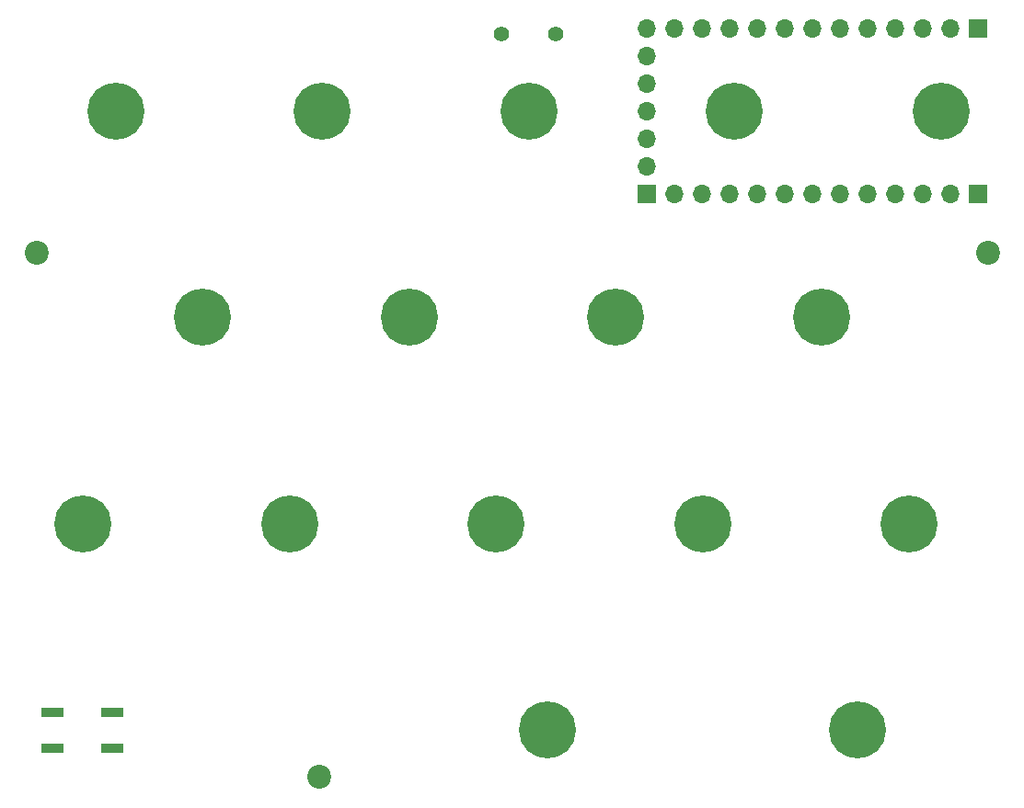
<source format=gts>
%TF.GenerationSoftware,KiCad,Pcbnew,7.0.8*%
%TF.CreationDate,2023-11-29T19:23:37+01:00*%
%TF.ProjectId,Mathboard,4d617468-626f-4617-9264-2e6b69636164,rev?*%
%TF.SameCoordinates,Original*%
%TF.FileFunction,Soldermask,Top*%
%TF.FilePolarity,Negative*%
%FSLAX46Y46*%
G04 Gerber Fmt 4.6, Leading zero omitted, Abs format (unit mm)*
G04 Created by KiCad (PCBNEW 7.0.8) date 2023-11-29 19:23:37*
%MOMM*%
%LPD*%
G01*
G04 APERTURE LIST*
%ADD10C,5.250000*%
%ADD11C,2.200000*%
%ADD12R,2.000000X0.900000*%
%ADD13R,1.700000X1.700000*%
%ADD14O,1.700000X1.700000*%
%ADD15C,1.397000*%
G04 APERTURE END LIST*
D10*
%TO.C,SW5*%
X171300000Y-51000000D03*
%TD*%
%TO.C,SW11*%
X111300000Y-89000000D03*
%TD*%
%TO.C,SW13*%
X149300000Y-89000000D03*
%TD*%
%TO.C,SW2*%
X114300000Y-51000000D03*
%TD*%
%TO.C,SW15*%
X135000000Y-108000000D03*
%TD*%
%TO.C,SW10*%
X92300000Y-89000000D03*
%TD*%
D11*
%TO.C,H2*%
X88000000Y-64000000D03*
%TD*%
%TO.C,H1*%
X175600000Y-64000000D03*
%TD*%
D10*
%TO.C,SW3*%
X133300000Y-51000000D03*
%TD*%
%TO.C,SW4*%
X152208000Y-51000000D03*
%TD*%
%TO.C,SW9*%
X160300000Y-70000000D03*
%TD*%
%TO.C,SW14*%
X168300000Y-89000000D03*
%TD*%
%TO.C,SW7*%
X122300000Y-70000000D03*
%TD*%
%TO.C,SW12*%
X130300000Y-89000000D03*
%TD*%
%TO.C,SW8*%
X141300000Y-70000000D03*
%TD*%
%TO.C,SW1*%
X95300000Y-51000000D03*
%TD*%
%TO.C,SW16*%
X163600000Y-108000000D03*
%TD*%
D12*
%TO.C,D17*%
X95000000Y-109650000D03*
X95000000Y-106350000D03*
X89500000Y-106350000D03*
X89500000Y-109650000D03*
%TD*%
D11*
%TO.C,H3*%
X114000000Y-112300000D03*
%TD*%
D10*
%TO.C,SW6*%
X103300000Y-70000000D03*
%TD*%
D13*
%TO.C,J1*%
X174680000Y-43360000D03*
D14*
X172140000Y-43360000D03*
X169600000Y-43360000D03*
X167060000Y-43360000D03*
X164520000Y-43360000D03*
X161980000Y-43360000D03*
X159440000Y-43360000D03*
X156900000Y-43360000D03*
X154360000Y-43360000D03*
X151820000Y-43360000D03*
X149280000Y-43360000D03*
X146740000Y-43360000D03*
%TD*%
D13*
%TO.C,J2*%
X174680000Y-58600000D03*
D14*
X172140000Y-58600000D03*
X169600000Y-58600000D03*
X167060000Y-58600000D03*
X164520000Y-58600000D03*
X161980000Y-58600000D03*
X159440000Y-58600000D03*
X156900000Y-58600000D03*
X154360000Y-58600000D03*
X151820000Y-58600000D03*
X149280000Y-58600000D03*
X146740000Y-58600000D03*
%TD*%
D13*
%TO.C,J4*%
X144200000Y-58600000D03*
D14*
X144200000Y-56060000D03*
X144200000Y-53520000D03*
X144200000Y-50980000D03*
X144200000Y-48440000D03*
X144200000Y-45900000D03*
X144200000Y-43360000D03*
%TD*%
D15*
%TO.C,SW17*%
X130799999Y-43897500D03*
X135800000Y-43897500D03*
%TD*%
M02*

</source>
